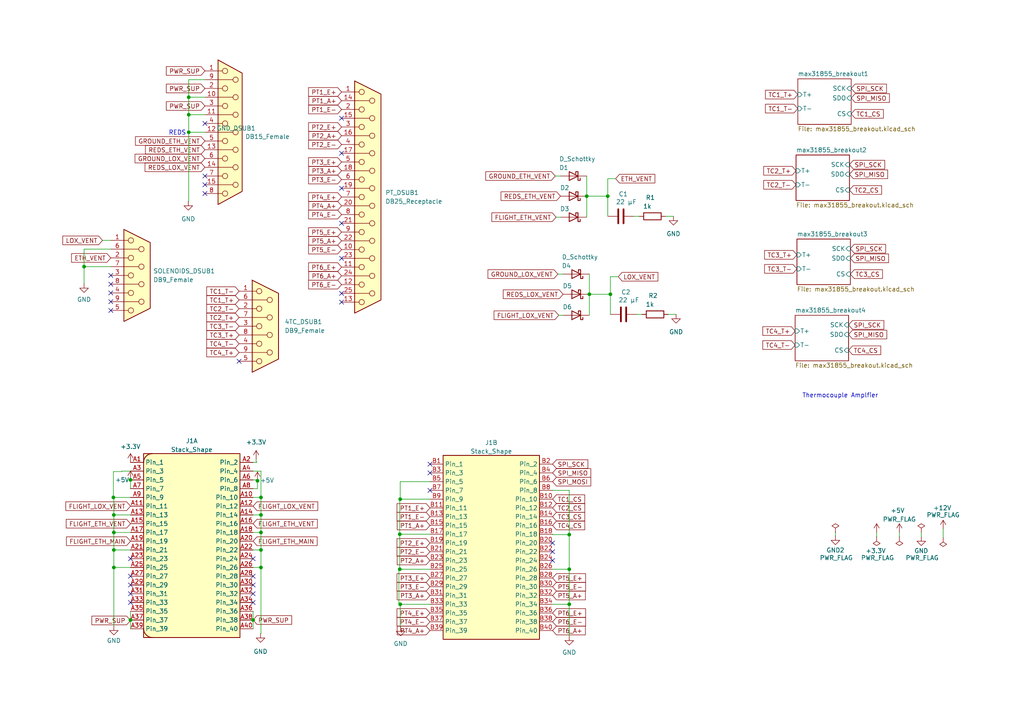
<source format=kicad_sch>
(kicad_sch (version 20230121) (generator eeschema)
  (paper "A4")
  (lib_symbols
    (symbol "Connector:DB15_Female" (pin_names (offset 1.016) hide)
      (property "Reference" "J" (at 0.508 21.59 0))
      (property "Value" "DB15_Female" (at 0 -22.225 0))
      (symbol "DB15_Female_0_1"
        (circle (center -1.778 -17.78) (radius 0.762))
        (circle (center -1.778 -12.7) (radius 0.762))
        (circle (center -1.778 -7.62) (radius 0.762))
        (circle (center -1.778 -2.54) (radius 0.762))
        (circle (center -1.778 2.54) (radius 0.762))
        (circle (center -1.778 7.62) (radius 0.762))
        (circle (center -1.778 12.7) (radius 0.762))
        (circle (center -1.778 17.78) (radius 0.762))
        (polyline (pts (xy -3.81 -17.78) (xy -2.54 -17.78)))
        (polyline (pts (xy -3.81 -15.24) (xy 0.508 -15.24)))
        (polyline (pts (xy -3.81 -12.7) (xy -2.54 -12.7)))
        (polyline (pts (xy -3.81 -10.16) (xy 0.508 -10.16)))
        (polyline (pts (xy -3.81 -7.62) (xy -2.54 -7.62)))
        (polyline (pts (xy -3.81 -5.08) (xy 0.508 -5.08)))
        (polyline (pts (xy -3.81 -2.54) (xy -2.54 -2.54)))
        (polyline (pts (xy -3.81 0) (xy 0.508 0)))
        (polyline (pts (xy -3.81 2.54) (xy -2.54 2.54)))
        (polyline (pts (xy -3.81 5.08) (xy 0.508 5.08)))
        (polyline (pts (xy -3.81 7.62) (xy -2.54 7.62)))
        (polyline (pts (xy -3.81 10.16) (xy 0.508 10.16)))
        (polyline (pts (xy -3.81 12.7) (xy -2.54 12.7)))
        (polyline (pts (xy -3.81 15.24) (xy 0.508 15.24)))
        (polyline (pts (xy -3.81 17.78) (xy -2.54 17.78)))
        (polyline (pts (xy -3.81 20.955) (xy 3.175 17.145) (xy 3.175 -17.145) (xy -3.81 -20.955) (xy -3.81 20.955)) (stroke (width 0.254)) (fill (type background)))
        (circle (center 1.27 -15.24) (radius 0.762))
        (circle (center 1.27 -10.16) (radius 0.762))
        (circle (center 1.27 -5.08) (radius 0.762))
        (circle (center 1.27 0) (radius 0.762))
        (circle (center 1.27 5.08) (radius 0.762))
        (circle (center 1.27 10.16) (radius 0.762))
        (circle (center 1.27 15.24) (radius 0.762))
      )
      (symbol "DB15_Female_1_1"
        (pin passive line (at -7.62 17.78 0) (length 3.81) (name "1") (number "1"))
        (pin passive line (at -7.62 10.16 0) (length 3.81) (name "P10") (number "10"))
        (pin passive line (at -7.62 5.08 0) (length 3.81) (name "P111") (number "11"))
        (pin passive line (at -7.62 0 0) (length 3.81) (name "P12") (number "12"))
        (pin passive line (at -7.62 -5.08 0) (length 3.81) (name "P13") (number "13"))
        (pin passive line (at -7.62 -10.16 0) (length 3.81) (name "P14") (number "14"))
        (pin passive line (at -7.62 -15.24 0) (length 3.81) (name "P15") (number "15"))
        (pin passive line (at -7.62 12.7 0) (length 3.81) (name "2") (number "2"))
        (pin passive line (at -7.62 7.62 0) (length 3.81) (name "3") (number "3"))
        (pin passive line (at -7.62 2.54 0) (length 3.81) (name "4") (number "4"))
        (pin passive line (at -7.62 -2.54 0) (length 3.81) (name "5") (number "5"))
        (pin passive line (at -7.62 -7.62 0) (length 3.81) (name "6") (number "6"))
        (pin passive line (at -7.62 -12.7 0) (length 3.81) (name "7") (number "7"))
        (pin passive line (at -7.62 -17.78 0) (length 3.81) (name "8") (number "8"))
        (pin passive line (at -7.62 15.24 0) (length 3.81) (name "P9") (number "9"))
      )
    )
    (symbol "Connector:DB25_Receptacle" (pin_names (offset 1.016) hide)
      (property "Reference" "J" (at 0 34.29 0))
      (property "Value" "DB25_Receptacle" (at 0 -34.925 0))
      (symbol "DB25_Receptacle_0_1"
        (circle (center -1.778 -30.48) (radius 0.762))
        (circle (center -1.778 -25.4) (radius 0.762))
        (circle (center -1.778 -20.32) (radius 0.762))
        (circle (center -1.778 -15.24) (radius 0.762))
        (circle (center -1.778 -10.16) (radius 0.762))
        (circle (center -1.778 -5.08) (radius 0.762))
        (circle (center -1.778 0) (radius 0.762))
        (circle (center -1.778 5.08) (radius 0.762))
        (circle (center -1.778 10.16) (radius 0.762))
        (circle (center -1.778 15.24) (radius 0.762))
        (circle (center -1.778 20.32) (radius 0.762))
        (circle (center -1.778 25.4) (radius 0.762))
        (circle (center -1.778 30.48) (radius 0.762))
        (polyline (pts (xy -3.81 -30.48) (xy -2.54 -30.48)))
        (polyline (pts (xy -3.81 -27.94) (xy 0.508 -27.94)))
        (polyline (pts (xy -3.81 -25.4) (xy -2.54 -25.4)))
        (polyline (pts (xy -3.81 -22.86) (xy 0.508 -22.86)))
        (polyline (pts (xy -3.81 -20.32) (xy -2.54 -20.32)))
        (polyline (pts (xy -3.81 -17.78) (xy 0.508 -17.78)))
        (polyline (pts (xy -3.81 -15.24) (xy -2.54 -15.24)))
        (polyline (pts (xy -3.81 -12.7) (xy 0.508 -12.7)))
        (polyline (pts (xy -3.81 -10.16) (xy -2.54 -10.16)))
        (polyline (pts (xy -3.81 -7.62) (xy 0.508 -7.62)))
        (polyline (pts (xy -3.81 -5.08) (xy -2.54 -5.08)))
        (polyline (pts (xy -3.81 -2.54) (xy 0.508 -2.54)))
        (polyline (pts (xy -3.81 0) (xy -2.54 0)))
        (polyline (pts (xy -3.81 2.54) (xy 0.508 2.54)))
        (polyline (pts (xy -3.81 5.08) (xy -2.54 5.08)))
        (polyline (pts (xy -3.81 7.62) (xy 0.508 7.62)))
        (polyline (pts (xy -3.81 10.16) (xy -2.54 10.16)))
        (polyline (pts (xy -3.81 12.7) (xy 0.508 12.7)))
        (polyline (pts (xy -3.81 15.24) (xy -2.54 15.24)))
        (polyline (pts (xy -3.81 17.78) (xy 0.508 17.78)))
        (polyline (pts (xy -3.81 20.32) (xy -2.54 20.32)))
        (polyline (pts (xy -3.81 22.86) (xy 0.508 22.86)))
        (polyline (pts (xy -3.81 25.4) (xy -2.54 25.4)))
        (polyline (pts (xy -3.81 27.94) (xy 0.508 27.94)))
        (polyline (pts (xy -3.81 30.48) (xy -2.54 30.48)))
        (polyline (pts (xy -3.81 33.655) (xy 3.81 29.845) (xy 3.81 -29.845) (xy -3.81 -33.655) (xy -3.81 33.655)) (stroke (width 0.254)) (fill (type background)))
        (circle (center 1.27 -27.94) (radius 0.762))
        (circle (center 1.27 -22.86) (radius 0.762))
        (circle (center 1.27 -17.78) (radius 0.762))
        (circle (center 1.27 -12.7) (radius 0.762))
        (circle (center 1.27 -7.62) (radius 0.762))
        (circle (center 1.27 -2.54) (radius 0.762))
        (circle (center 1.27 2.54) (radius 0.762))
        (circle (center 1.27 7.62) (radius 0.762))
        (circle (center 1.27 12.7) (radius 0.762))
        (circle (center 1.27 17.78) (radius 0.762))
        (circle (center 1.27 22.86) (radius 0.762))
        (circle (center 1.27 27.94) (radius 0.762))
      )
      (symbol "DB25_Receptacle_1_1"
        (pin passive line (at -7.62 30.48 0) (length 3.81) (name "1") (number "1"))
        (pin passive line (at -7.62 -15.24 0) (length 3.81) (name "10") (number "10"))
        (pin passive line (at -7.62 -20.32 0) (length 3.81) (name "11") (number "11"))
        (pin passive line (at -7.62 -25.4 0) (length 3.81) (name "12") (number "12"))
        (pin passive line (at -7.62 -30.48 0) (length 3.81) (name "13") (number "13"))
        (pin passive line (at -7.62 27.94 0) (length 3.81) (name "P14") (number "14"))
        (pin passive line (at -7.62 22.86 0) (length 3.81) (name "P15") (number "15"))
        (pin passive line (at -7.62 17.78 0) (length 3.81) (name "P16") (number "16"))
        (pin passive line (at -7.62 12.7 0) (length 3.81) (name "P17") (number "17"))
        (pin passive line (at -7.62 7.62 0) (length 3.81) (name "P18") (number "18"))
        (pin passive line (at -7.62 2.54 0) (length 3.81) (name "P19") (number "19"))
        (pin passive line (at -7.62 25.4 0) (length 3.81) (name "2") (number "2"))
        (pin passive line (at -7.62 -2.54 0) (length 3.81) (name "P20") (number "20"))
        (pin passive line (at -7.62 -7.62 0) (length 3.81) (name "P21") (number "21"))
        (pin passive line (at -7.62 -12.7 0) (length 3.81) (name "P22") (number "22"))
        (pin passive line (at -7.62 -17.78 0) (length 3.81) (name "P23") (number "23"))
        (pin passive line (at -7.62 -22.86 0) (length 3.81) (name "P24") (number "24"))
        (pin passive line (at -7.62 -27.94 0) (length 3.81) (name "P25") (number "25"))
        (pin passive line (at -7.62 20.32 0) (length 3.81) (name "3") (number "3"))
        (pin passive line (at -7.62 15.24 0) (length 3.81) (name "4") (number "4"))
        (pin passive line (at -7.62 10.16 0) (length 3.81) (name "5") (number "5"))
        (pin passive line (at -7.62 5.08 0) (length 3.81) (name "6") (number "6"))
        (pin passive line (at -7.62 0 0) (length 3.81) (name "7") (number "7"))
        (pin passive line (at -7.62 -5.08 0) (length 3.81) (name "8") (number "8"))
        (pin passive line (at -7.62 -10.16 0) (length 3.81) (name "9") (number "9"))
      )
    )
    (symbol "Connector:DE9_Receptacle" (pin_names (offset 1.016) hide)
      (property "Reference" "J" (at 0 13.97 0))
      (property "Value" "DE9_Receptacle" (at 0 -14.605 0))
      (symbol "DE9_Receptacle_0_1"
        (circle (center -1.778 -10.16) (radius 0.762))
        (circle (center -1.778 -5.08) (radius 0.762))
        (circle (center -1.778 0) (radius 0.762))
        (circle (center -1.778 5.08) (radius 0.762))
        (circle (center -1.778 10.16) (radius 0.762))
        (polyline (pts (xy -3.81 -10.16) (xy -2.54 -10.16)))
        (polyline (pts (xy -3.81 -7.62) (xy 0.508 -7.62)))
        (polyline (pts (xy -3.81 -5.08) (xy -2.54 -5.08)))
        (polyline (pts (xy -3.81 -2.54) (xy 0.508 -2.54)))
        (polyline (pts (xy -3.81 0) (xy -2.54 0)))
        (polyline (pts (xy -3.81 2.54) (xy 0.508 2.54)))
        (polyline (pts (xy -3.81 5.08) (xy -2.54 5.08)))
        (polyline (pts (xy -3.81 7.62) (xy 0.508 7.62)))
        (polyline (pts (xy -3.81 10.16) (xy -2.54 10.16)))
        (polyline (pts (xy -3.81 13.335) (xy -3.81 -13.335) (xy 3.81 -9.525) (xy 3.81 9.525) (xy -3.81 13.335)) (stroke (width 0.254)) (fill (type background)))
        (circle (center 1.27 -7.62) (radius 0.762))
        (circle (center 1.27 -2.54) (radius 0.762))
        (circle (center 1.27 2.54) (radius 0.762))
        (circle (center 1.27 7.62) (radius 0.762))
      )
      (symbol "DE9_Receptacle_1_1"
        (pin passive line (at -7.62 10.16 0) (length 3.81) (name "1") (number "1"))
        (pin passive line (at -7.62 5.08 0) (length 3.81) (name "2") (number "2"))
        (pin passive line (at -7.62 0 0) (length 3.81) (name "3") (number "3"))
        (pin passive line (at -7.62 -5.08 0) (length 3.81) (name "4") (number "4"))
        (pin passive line (at -7.62 -10.16 0) (length 3.81) (name "5") (number "5"))
        (pin passive line (at -7.62 7.62 0) (length 3.81) (name "6") (number "6"))
        (pin passive line (at -7.62 2.54 0) (length 3.81) (name "7") (number "7"))
        (pin passive line (at -7.62 -2.54 0) (length 3.81) (name "8") (number "8"))
        (pin passive line (at -7.62 -7.62 0) (length 3.81) (name "9") (number "9"))
      )
    )
    (symbol "Device:C" (pin_numbers hide) (pin_names (offset 0.254))
      (property "Reference" "C" (at 0.635 2.54 0))
      (property "Value" "C" (at 0.635 -2.54 0))
      (symbol "C_0_1"
        (polyline (pts (xy -2.032 -0.762) (xy 2.032 -0.762)) (stroke (width 0.508)))
        (polyline (pts (xy -2.032 0.762) (xy 2.032 0.762)) (stroke (width 0.508)))
      )
      (symbol "C_1_1"
        (pin passive line (at 0 3.81 270) (length 2.794) (name "~") (number "1"))
        (pin passive line (at 0 -3.81 90) (length 2.794) (name "~") (number "2"))
      )
    )
    (symbol "Device:D_Schottky" (pin_numbers hide) (pin_names (offset 1.016) hide)
      (property "Reference" "D" (at 0 2.54 0))
      (property "Value" "D_Schottky" (at 0 -2.54 0))
      (symbol "D_Schottky_0_1"
        (polyline (pts (xy 1.27 0) (xy -1.27 0)))
        (polyline (pts (xy 1.27 1.27) (xy 1.27 -1.27) (xy -1.27 0) (xy 1.27 1.27)) (stroke (width 0.254)))
        (polyline (pts (xy -1.905 0.635) (xy -1.905 1.27) (xy -1.27 1.27) (xy -1.27 -1.27) (xy -0.635 -1.27) (xy -0.635 -0.635)) (stroke (width 0.254)))
      )
      (symbol "D_Schottky_1_1"
        (pin passive line (at -3.81 0 0) (length 2.54) (name "K") (number "1"))
        (pin passive line (at 3.81 0 180) (length 2.54) (name "A") (number "2"))
      )
    )
    (symbol "Device:R" (pin_numbers hide) (pin_names (offset 0))
      (property "Reference" "R" (at 2.032 0 90))
      (property "Value" "R" (at 0 0 90))
      (symbol "R_0_1"
        (rectangle (start -1.016 -2.54) (end 1.016 2.54) (stroke (width 0.254)))
      )
      (symbol "R_1_1"
        (pin passive line (at 0 3.81 270) (length 1.27) (name "~") (number "1"))
        (pin passive line (at 0 -3.81 90) (length 1.27) (name "~") (number "2"))
      )
    )
    (symbol "Stack_Shape:Stack_Shape"
      (property "Reference" "J" (at 0 0 0))
      (property "Value" "Stack_Shape" (at 0 0 0))
      (symbol "Stack_Shape_0_0"
        (rectangle (start -15.24 29.21) (end 12.7 -24.13) (stroke (width 0.254)) (fill (type background)))
      )
      (symbol "Stack_Shape_1_0"
        (arc (start -15.24 -21.59) (mid -14.4834 -23.3734) (end -12.7 -24.13) (stroke (width 0.254)))
        (arc (start -12.7 29.21) (mid -14.5013 28.4713) (end -15.24 26.67) (stroke (width 0.254)))
      )
      (symbol "Stack_Shape_1_1"
        (pin passive line (at -19.05 26.67 0) (length 3.81) (name "Pin_1") (number "A1"))
        (pin passive line (at 16.51 16.51 180) (length 3.81) (name "Pin_10") (number "A10"))
        (pin passive line (at -19.05 13.97 0) (length 3.81) (name "Pin_11") (number "A11"))
        (pin passive line (at 16.51 13.97 180) (length 3.81) (name "Pin_12") (number "A12"))
        (pin passive line (at -19.05 11.43 0) (length 3.81) (name "Pin_13") (number "A13"))
        (pin passive line (at 16.51 11.43 180) (length 3.81) (name "Pin_14") (number "A14"))
        (pin passive line (at -19.05 8.89 0) (length 3.81) (name "Pin_15") (number "A15"))
        (pin passive line (at 16.51 8.89 180) (length 3.81) (name "Pin_16") (number "A16"))
        (pin passive line (at -19.05 6.35 0) (length 3.81) (name "Pin_17") (number "A17"))
        (pin passive line (at 16.51 6.35 180) (length 3.81) (name "Pin_18") (number "A18"))
        (pin passive line (at -19.05 3.81 0) (length 3.81) (name "Pin_19") (number "A19"))
        (pin passive line (at 16.51 26.67 180) (length 3.81) (name "Pin_2") (number "A2"))
        (pin passive line (at 16.51 3.81 180) (length 3.81) (name "Pin_20") (number "A20"))
        (pin passive line (at -19.05 1.27 0) (length 3.81) (name "Pin_21") (number "A21"))
        (pin passive line (at 16.51 1.27 180) (length 3.81) (name "Pin_22") (number "A22"))
        (pin passive line (at -19.05 -1.27 0) (length 3.81) (name "Pin_23") (number "A23"))
        (pin passive line (at 16.51 -1.27 180) (length 3.81) (name "Pin_24") (number "A24"))
        (pin passive line (at -19.05 -3.81 0) (length 3.81) (name "Pin_25") (number "A25"))
        (pin passive line (at 16.51 -3.81 180) (length 3.81) (name "Pin_26") (number "A26"))
        (pin passive line (at -19.05 -6.35 0) (length 3.81) (name "Pin_27") (number "A27"))
        (pin passive line (at 16.51 -6.35 180) (length 3.81) (name "Pin_28") (number "A28"))
        (pin passive line (at -19.05 -8.89 0) (length 3.81) (name "Pin_29") (number "A29"))
        (pin passive line (at -19.05 24.13 0) (length 3.81) (name "Pin_3") (number "A3"))
        (pin passive line (at 16.51 -8.89 180) (length 3.81) (name "Pin_30") (number "A30"))
        (pin passive line (at -19.05 -11.43 0) (length 3.81) (name "Pin_31") (number "A31"))
        (pin passive line (at 16.51 -11.43 180) (length 3.81) (name "Pin_32") (number "A32"))
        (pin passive line (at -19.05 -13.97 0) (length 3.81) (name "Pin_33") (number "A33"))
        (pin passive line (at 16.51 -13.97 180) (length 3.81) (name "Pin_34") (number "A34"))
        (pin passive line (at -19.05 -16.51 0) (length 3.81) (name "Pin_35") (number "A35"))
        (pin passive line (at 16.51 -16.51 180) (length 3.81) (name "Pin_36") (number "A36"))
        (pin passive line (at -19.05 -19.05 0) (length 3.81) (name "Pin_37") (number "A37"))
        (pin passive line (at 16.51 -19.05 180) (length 3.81) (name "Pin_38") (number "A38"))
        (pin passive line (at -19.05 -21.59 0) (length 3.81) (name "Pin_39") (number "A39"))
        (pin passive line (at 16.51 24.13 180) (length 3.81) (name "Pin_4") (number "A4"))
        (pin passive line (at 16.51 -21.59 180) (length 3.81) (name "Pin_40") (number "A40"))
        (pin passive line (at -19.05 21.59 0) (length 3.81) (name "Pin_5") (number "A5"))
        (pin passive line (at 16.51 21.59 180) (length 3.81) (name "Pin_6") (number "A6"))
        (pin passive line (at -19.05 19.05 0) (length 3.81) (name "Pin_7") (number "A7"))
        (pin passive line (at 16.51 19.05 180) (length 3.81) (name "Pin_8") (number "A8"))
        (pin passive line (at -19.05 16.51 0) (length 3.81) (name "Pin_9") (number "A9"))
      )
      (symbol "Stack_Shape_2_1"
        (pin passive line (at -19.05 26.67 0) (length 3.81) (name "Pin_1") (number "B1"))
        (pin passive line (at 16.51 16.51 180) (length 3.81) (name "Pin_10") (number "B10"))
        (pin passive line (at -19.05 13.97 0) (length 3.81) (name "Pin_11") (number "B11"))
        (pin passive line (at 16.51 13.97 180) (length 3.81) (name "Pin_12") (number "B12"))
        (pin passive line (at -19.05 11.43 0) (length 3.81) (name "Pin_13") (number "B13"))
        (pin passive line (at 16.51 11.43 180) (length 3.81) (name "Pin_14") (number "B14"))
        (pin passive line (at -19.05 8.89 0) (length 3.81) (name "Pin_15") (number "B15"))
        (pin passive line (at 16.51 8.89 180) (length 3.81) (name "Pin_16") (number "B16"))
        (pin passive line (at -19.05 6.35 0) (length 3.81) (name "Pin_17") (number "B17"))
        (pin passive line (at 16.51 6.35 180) (length 3.81) (name "Pin_18") (number "B18"))
        (pin passive line (at -19.05 3.81 0) (length 3.81) (name "Pin_19") (number "B19"))
        (pin passive line (at 16.51 26.67 180) (length 3.81) (name "Pin_2") (number "B2"))
        (pin passive line (at 16.51 3.81 180) (length 3.81) (name "Pin_20") (number "B20"))
        (pin passive line (at -19.05 1.27 0) (length 3.81) (name "Pin_21") (number "B21"))
        (pin passive line (at 16.51 1.27 180) (length 3.81) (name "Pin_22") (number "B22"))
        (pin passive line (at -19.05 -1.27 0) (length 3.81) (name "Pin_23") (number "B23"))
        (pin passive line (at 16.51 -1.27 180) (length 3.81) (name "Pin_24") (number "B24"))
        (pin passive line (at -19.05 -3.81 0) (length 3.81) (name "Pin_25") (number "B25"))
        (pin passive line (at 16.51 -3.81 180) (length 3.81) (name "Pin_26") (number "B26"))
        (pin passive line (at -19.05 -6.35 0) (length 3.81) (name "Pin_27") (number "B27"))
        (pin passive line (at 16.51 -6.35 180) (length 3.81) (name "Pin_28") (number "B28"))
        (pin passive line (at -19.05 -8.89 0) (length 3.81) (name "Pin_29") (number "B29"))
        (pin passive line (at -19.05 24.13 0) (length 3.81) (name "Pin_3") (number "B3"))
        (pin passive line (at 16.51 -8.89 180) (length 3.81) (name "Pin_30") (number "B30"))
        (pin passive line (at -19.05 -11.43 0) (length 3.81) (name "Pin_31") (number "B31"))
        (pin passive line (at 16.51 -11.43 180) (length 3.81) (name "Pin_32") (number "B32"))
        (pin passive line (at -19.05 -13.97 0) (length 3.81) (name "Pin_33") (number "B33"))
        (pin passive line (at 16.51 -13.97 180) (length 3.81) (name "Pin_34") (number "B34"))
        (pin passive line (at -19.05 -16.51 0) (length 3.81) (name "Pin_35") (number "B35"))
        (pin passive line (at 16.51 -16.51 180) (length 3.81) (name "Pin_36") (number "B36"))
        (pin passive line (at -19.05 -19.05 0) (length 3.81) (name "Pin_37") (number "B37"))
        (pin passive line (at 16.51 -19.05 180) (length 3.81) (name "Pin_38") (number "B38"))
        (pin passive line (at -19.05 -21.59 0) (length 3.81) (name "Pin_39") (number "B39"))
        (pin passive line (at 16.51 24.13 180) (length 3.81) (name "Pin_4") (number "B4"))
        (pin passive line (at 16.51 -21.59 180) (length 3.81) (name "Pin_40") (number "B40"))
        (pin passive line (at -19.05 21.59 0) (length 3.81) (name "Pin_5") (number "B5"))
        (pin passive line (at 16.51 21.59 180) (length 3.81) (name "Pin_6") (number "B6"))
        (pin passive line (at -19.05 19.05 0) (length 3.81) (name "Pin_7") (number "B7"))
        (pin passive line (at 16.51 19.05 180) (length 3.81) (name "Pin_8") (number "B8"))
        (pin passive line (at -19.05 16.51 0) (length 3.81) (name "Pin_9") (number "B9"))
      )
    )
    (symbol "power:+12V" (power) (pin_names (offset 0))
      (property "Value" "+12V" (at 0 3.556 0))
      (symbol "+12V_0_1"
        (polyline (pts (xy -0.762 1.27) (xy 0 2.54)))
        (polyline (pts (xy 0 0) (xy 0 2.54)))
        (polyline (pts (xy 0 2.54) (xy 0.762 1.27)))
      )
      (symbol "+12V_1_1"
        (pin power_in line (at 0 0 90) (length 0) hide (name "+12V") (number "1"))
      )
    )
    (symbol "power:+3.3V" (power) (pin_names (offset 0))
      (property "Value" "+3.3V" (at 0 3.556 0))
      (symbol "+3.3V_0_1"
        (polyline (pts (xy -0.762 1.27) (xy 0 2.54)))
        (polyline (pts (xy 0 0) (xy 0 2.54)))
        (polyline (pts (xy 0 2.54) (xy 0.762 1.27)))
      )
      (symbol "+3.3V_1_1"
        (pin power_in line (at 0 0 90) (length 0) hide (name "+3.3V") (number "1"))
      )
    )
    (symbol "power:+5V" (power) (pin_names (offset 0))
      (property "Value" "+5V" (at 0 3.556 0))
      (symbol "+5V_0_1"
        (polyline (pts (xy -0.762 1.27) (xy 0 2.54)))
        (polyline (pts (xy 0 0) (xy 0 2.54)))
        (polyline (pts (xy 0 2.54) (xy 0.762 1.27)))
      )
      (symbol "+5V_1_1"
        (pin power_in line (at 0 0 90) (length 0) hide (name "+5V") (number "1"))
      )
    )
    (symbol "power:GND" (power) (pin_names (offset 0))
      (property "Value" "GND" (at 0 -3.81 0))
      (symbol "GND_0_1"
        (polyline (pts (xy 0 0) (xy 0 -1.27) (xy 1.27 -1.27) (xy 0 -2.54) (xy -1.27 -1.27) (xy 0 -1.27)))
      )
      (symbol "GND_1_1"
        (pin power_in line (at 0 0 270) (length 0) hide (name "GND") (number "1"))
      )
    )
    (symbol "power:GND2" (power) (pin_names (offset 0))
      (property "Value" "GND2" (at 0 -3.81 0))
      (symbol "GND2_0_1"
        (polyline (pts (xy 0 0) (xy 0 -1.27) (xy 1.27 -1.27) (xy 0 -2.54) (xy -1.27 -1.27) (xy 0 -1.27)))
      )
      (symbol "GND2_1_1"
        (pin power_in line (at 0 0 270) (length 0) hide (name "GND2") (number "1"))
      )
    )
    (symbol "power:PWR_FLAG" (power) (pin_numbers hide) (pin_names (offset 0) hide)
      (property "Value" "PWR_FLAG" (at 0 3.81 0))
      (symbol "PWR_FLAG_0_0"
        (pin power_out line (at 0 0 90) (length 0) (name "pwr") (number "1"))
      )
      (symbol "PWR_FLAG_0_1"
        (polyline (pts (xy 0 0) (xy 0 1.27) (xy -1.016 1.905) (xy 0 2.54) (xy 1.016 1.905) (xy 0 1.27)))
      )
    )
  )
  (junction (at 74.676 139.446))
  (junction (at 54.737 28.194))
  (junction (at 24.384 77.343))
  (junction (at 170.942 85.344))
  (junction (at 33.02 154.432))
  (junction (at 75.692 159.512))
  (junction (at 75.692 149.352))
  (junction (at 33.02 149.352))
  (junction (at 33.02 159.512))
  (junction (at 165.1 155.067))
  (junction (at 165.1 175.26))
  (junction (at 116.078 144.78))
  (junction (at 73.406 179.832))
  (junction (at 32.893 144.272))
  (junction (at 33.02 164.592))
  (junction (at 54.737 38.354))
  (junction (at 54.737 33.274))
  (junction (at 37.846 139.192))
  (junction (at 170.18 56.896))
  (junction (at 176.276 56.896))
  (junction (at 115.951 165.1))
  (junction (at 116.078 175.26))
  (junction (at 165.1 165.1))
  (junction (at 75.692 144.272))
  (junction (at 37.846 179.832))
  (junction (at 75.692 164.592))
  (junction (at 177.038 85.344))
  (junction (at 75.692 154.432))
  (junction (at 115.951 154.94))
  (no_connect (at 73.406 162.052))
  (no_connect (at 99.06 87.63))
  (no_connect (at 99.06 64.77))
  (no_connect (at 59.436 53.594))
  (no_connect (at 124.714 134.62))
  (no_connect (at 32.131 79.883))
  (no_connect (at 160.274 157.48))
  (no_connect (at 73.406 174.752))
  (no_connect (at 99.06 74.93))
  (no_connect (at 73.406 172.212))
  (no_connect (at 124.714 142.24))
  (no_connect (at 160.274 162.56))
  (no_connect (at 99.06 54.61))
  (no_connect (at 37.846 169.672))
  (no_connect (at 37.846 174.752))
  (no_connect (at 37.846 172.212))
  (no_connect (at 32.131 90.043))
  (no_connect (at 124.714 137.16))
  (no_connect (at 59.436 56.134))
  (no_connect (at 160.274 160.02))
  (no_connect (at 99.06 85.09))
  (no_connect (at 37.846 162.052))
  (no_connect (at 37.846 167.132))
  (no_connect (at 99.06 44.45))
  (no_connect (at 73.406 169.672))
  (no_connect (at 59.436 35.814))
  (no_connect (at 32.131 84.963))
  (no_connect (at 73.406 167.132))
  (no_connect (at 59.436 51.054))
  (no_connect (at 32.131 82.423))
  (no_connect (at 32.131 87.503))
  (no_connect (at 69.342 104.775))
  (no_connect (at 99.06 34.29))
  (wire (pts (xy 75.692 159.512) (xy 75.692 164.592)))
  (wire (pts (xy 115.951 144.78) (xy 115.951 154.94)))
  (wire (pts (xy 54.737 28.194) (xy 59.436 28.194)))
  (wire (pts (xy 115.697 165.1) (xy 115.951 165.1)))
  (wire (pts (xy 24.384 72.263) (xy 24.384 77.343)))
  (wire (pts (xy 75.819 149.352) (xy 75.692 149.352)))
  (wire (pts (xy 170.942 85.344) (xy 177.038 85.344)))
  (wire (pts (xy 177.038 80.264) (xy 179.324 80.264)))
  (wire (pts (xy 116.078 139.7) (xy 116.078 144.78)))
  (wire (pts (xy 37.846 139.192) (xy 37.846 141.732)))
  (wire (pts (xy 165.1 155.067) (xy 165.1 165.1)))
  (wire (pts (xy 115.697 175.133) (xy 116.078 175.133)))
  (wire (pts (xy 160.274 155.067) (xy 165.1 155.067)))
  (wire (pts (xy 54.737 33.274) (xy 54.737 38.354)))
  (wire (pts (xy 37.846 177.292) (xy 37.846 179.832)))
  (wire (pts (xy 35.306 136.779) (xy 35.306 136.652)))
  (wire (pts (xy 33.02 159.512) (xy 33.02 164.592)))
  (wire (pts (xy 161.798 79.502) (xy 163.322 79.502)))
  (wire (pts (xy 116.078 144.78) (xy 115.951 144.78)))
  (wire (pts (xy 33.02 144.526) (xy 33.02 149.352)))
  (wire (pts (xy 33.02 149.352) (xy 33.02 154.432)))
  (wire (pts (xy 54.61 58.42) (xy 54.737 58.42)))
  (wire (pts (xy 254.254 155.702) (xy 254.254 154.432)))
  (wire (pts (xy 54.737 38.354) (xy 54.737 58.42)))
  (wire (pts (xy 74.295 133.985) (xy 74.295 133.223)))
  (wire (pts (xy 170.942 79.502) (xy 170.942 85.344)))
  (wire (pts (xy 267.208 154.432) (xy 267.208 155.702)))
  (wire (pts (xy 260.858 155.702) (xy 260.858 154.432)))
  (wire (pts (xy 177.038 85.344) (xy 177.038 91.186)))
  (wire (pts (xy 176.276 56.896) (xy 176.276 62.738)))
  (wire (pts (xy 73.406 144.272) (xy 75.692 144.272)))
  (wire (pts (xy 54.737 23.114) (xy 54.737 28.194)))
  (wire (pts (xy 24.384 72.263) (xy 32.131 72.263)))
  (wire (pts (xy 32.893 144.272) (xy 37.846 144.272)))
  (wire (pts (xy 74.676 139.192) (xy 74.676 139.446)))
  (wire (pts (xy 33.02 164.592) (xy 33.02 181.61)))
  (wire (pts (xy 170.942 85.344) (xy 170.942 91.44)))
  (wire (pts (xy 116.078 181.864) (xy 116.205 181.864)))
  (wire (pts (xy 177.038 80.264) (xy 177.038 85.344)))
  (wire (pts (xy 116.078 144.78) (xy 124.714 144.78)))
  (wire (pts (xy 73.406 139.192) (xy 74.676 139.192)))
  (wire (pts (xy 73.406 177.292) (xy 73.406 179.832)))
  (wire (pts (xy 193.802 91.186) (xy 196.088 91.186)))
  (wire (pts (xy 162.56 51.054) (xy 161.036 51.054)))
  (wire (pts (xy 73.406 159.512) (xy 75.692 159.512)))
  (wire (pts (xy 37.846 179.832) (xy 37.846 182.372)))
  (wire (pts (xy 33.02 164.592) (xy 37.846 164.592)))
  (wire (pts (xy 242.316 154.432) (xy 242.316 155.448)))
  (wire (pts (xy 116.078 175.26) (xy 124.714 175.26)))
  (wire (pts (xy 75.819 159.512) (xy 75.692 159.512)))
  (wire (pts (xy 162.052 91.44) (xy 163.322 91.44)))
  (wire (pts (xy 73.406 164.592) (xy 75.692 164.592)))
  (wire (pts (xy 59.436 23.114) (xy 54.737 23.114)))
  (wire (pts (xy 33.02 149.352) (xy 37.846 149.352)))
  (wire (pts (xy 116.078 175.26) (xy 116.078 181.864)))
  (wire (pts (xy 35.306 136.779) (xy 32.893 136.779)))
  (wire (pts (xy 165.1 165.1) (xy 165.1 175.26)))
  (wire (pts (xy 165.1 142.24) (xy 165.1 155.067)))
  (wire (pts (xy 183.896 62.738) (xy 185.42 62.738)))
  (wire (pts (xy 170.18 56.896) (xy 170.18 62.992)))
  (wire (pts (xy 116.078 175.133) (xy 116.078 175.26)))
  (wire (pts (xy 124.714 139.7) (xy 116.078 139.7)))
  (wire (pts (xy 170.18 56.896) (xy 176.276 56.896)))
  (wire (pts (xy 165.1 175.26) (xy 165.1 184.531)))
  (wire (pts (xy 75.692 164.592) (xy 75.692 183.769)))
  (wire (pts (xy 160.274 154.94) (xy 160.274 155.067)))
  (wire (pts (xy 73.406 179.832) (xy 73.406 182.372)))
  (wire (pts (xy 32.893 144.272) (xy 32.893 144.526)))
  (wire (pts (xy 54.737 33.274) (xy 59.436 33.274)))
  (wire (pts (xy 32.893 144.526) (xy 33.02 144.526)))
  (wire (pts (xy 74.676 139.446) (xy 74.676 141.732)))
  (wire (pts (xy 73.406 136.652) (xy 75.692 136.652)))
  (wire (pts (xy 74.422 134.112) (xy 73.406 134.112)))
  (wire (pts (xy 193.04 62.738) (xy 195.326 62.738)))
  (wire (pts (xy 54.737 38.354) (xy 59.436 38.354)))
  (wire (pts (xy 33.02 154.432) (xy 33.02 159.512)))
  (wire (pts (xy 24.384 77.343) (xy 24.384 82.296)))
  (wire (pts (xy 24.384 77.343) (xy 32.131 77.343)))
  (wire (pts (xy 115.951 154.94) (xy 124.714 154.94)))
  (wire (pts (xy 29.718 69.723) (xy 32.131 69.723)))
  (wire (pts (xy 75.692 149.352) (xy 75.692 154.432)))
  (wire (pts (xy 75.692 154.432) (xy 75.692 159.512)))
  (wire (pts (xy 54.737 28.194) (xy 54.737 33.274)))
  (wire (pts (xy 74.422 133.985) (xy 74.295 133.985)))
  (wire (pts (xy 73.406 149.352) (xy 75.692 149.352)))
  (wire (pts (xy 33.02 159.512) (xy 37.846 159.512)))
  (wire (pts (xy 170.18 51.054) (xy 170.18 56.896)))
  (wire (pts (xy 33.02 154.432) (xy 37.846 154.432)))
  (wire (pts (xy 75.692 144.272) (xy 75.692 149.352)))
  (wire (pts (xy 165.1 142.24) (xy 160.274 142.24)))
  (wire (pts (xy 73.406 154.432) (xy 75.692 154.432)))
  (wire (pts (xy 75.692 136.652) (xy 75.692 144.272)))
  (wire (pts (xy 32.893 136.779) (xy 32.893 144.272)))
  (wire (pts (xy 273.558 153.416) (xy 273.558 155.956)))
  (wire (pts (xy 115.951 165.1) (xy 124.714 165.1)))
  (wire (pts (xy 74.422 133.985) (xy 74.422 134.112)))
  (wire (pts (xy 73.406 141.732) (xy 74.676 141.732)))
  (wire (pts (xy 176.276 51.816) (xy 176.276 56.896)))
  (wire (pts (xy 75.565 183.769) (xy 75.692 183.769)))
  (wire (pts (xy 115.951 154.94) (xy 115.951 165.1)))
  (wire (pts (xy 184.658 91.186) (xy 186.182 91.186)))
  (wire (pts (xy 160.274 165.1) (xy 165.1 165.1)))
  (wire (pts (xy 115.697 165.1) (xy 115.697 175.133)))
  (wire (pts (xy 176.276 51.816) (xy 178.562 51.816)))
  (wire (pts (xy 161.29 62.992) (xy 162.56 62.992)))
  (wire (pts (xy 160.274 175.26) (xy 165.1 175.26)))
  (wire (pts (xy 35.306 136.652) (xy 37.846 136.652)))
  (text "Thermocouple Amplfier" (at 232.664 115.57 0) (effects (font (size 1.27 1.27)) (justify left bottom)))
  (text "REDS" (at 48.895 39.37 0) (effects (font (size 1.27 1.27)) (justify left bottom)))
  (global_label "SPI_SCK" (shape input) (at 246.38 47.752 0) (property "Intersheetrefs" "${INTERSHEET_REFS}" (effects hide)))
  (global_label "TC3_CS" (shape input) (at 160.274 149.86 0) (property "Intersheetrefs" "${INTERSHEET_REFS}" (effects hide)))
  (global_label "PWR_SUP" (shape input) (at 59.436 20.574 180) (property "Intersheetrefs" "${INTERSHEET_REFS}" (effects hide)))
  (global_label "PT4_E-" (shape input) (at 124.714 180.34 180) (property "Intersheetrefs" "${INTERSHEET_REFS}" (effects hide)))
  (global_label "SPI_SCK" (shape input) (at 246.126 94.234 0) (property "Intersheetrefs" "${INTERSHEET_REFS}" (effects hide)))
  (global_label "PT6_E-" (shape input) (at 160.274 180.34 0) (property "Intersheetrefs" "${INTERSHEET_REFS}" (effects hide)))
  (global_label "TC4_T-" (shape input) (at 69.342 99.695 180) (property "Intersheetrefs" "${INTERSHEET_REFS}" (effects hide)))
  (global_label "TC3_T+" (shape input) (at 231.14 73.914 180) (property "Intersheetrefs" "${INTERSHEET_REFS}" (effects hide)))
  (global_label "TC2_T-" (shape input) (at 230.886 53.594 180) (property "Intersheetrefs" "${INTERSHEET_REFS}" (effects hide)))
  (global_label "SPI_MISO" (shape input) (at 246.38 50.546 0) (property "Intersheetrefs" "${INTERSHEET_REFS}" (effects hide)))
  (global_label "TC1_T-" (shape input) (at 231.394 31.496 180) (property "Intersheetrefs" "${INTERSHEET_REFS}" (effects hide)))
  (global_label "FLIGHT_ETH_VENT" (shape input) (at 37.846 151.892 180) (property "Intersheetrefs" "${INTERSHEET_REFS}" (effects hide)))
  (global_label "PT5_E+" (shape input) (at 99.06 67.31 180) (property "Intersheetrefs" "${INTERSHEET_REFS}" (effects hide)))
  (global_label "TC4_T-" (shape input) (at 230.632 100.076 180) (property "Intersheetrefs" "${INTERSHEET_REFS}" (effects hide)))
  (global_label "PWR_SUP" (shape input) (at 59.436 25.654 180) (property "Intersheetrefs" "${INTERSHEET_REFS}" (effects hide)))
  (global_label "PT5_E-" (shape input) (at 160.274 170.18 0) (property "Intersheetrefs" "${INTERSHEET_REFS}" (effects hide)))
  (global_label "PT5_A+" (shape input) (at 160.274 172.72 0) (property "Intersheetrefs" "${INTERSHEET_REFS}" (effects hide)))
  (global_label "TC1_T+" (shape input) (at 69.342 86.995 180) (property "Intersheetrefs" "${INTERSHEET_REFS}" (effects hide)))
  (global_label "TC1_T-" (shape input) (at 69.342 84.455 180) (property "Intersheetrefs" "${INTERSHEET_REFS}" (effects hide)))
  (global_label "PT1_E+" (shape input) (at 124.714 147.32 180) (property "Intersheetrefs" "${INTERSHEET_REFS}" (effects hide)))
  (global_label "FLIGHT_LOX_VENT" (shape input) (at 73.406 146.812 0) (property "Intersheetrefs" "${INTERSHEET_REFS}" (effects hide)))
  (global_label "TC4_T+" (shape input) (at 69.342 102.235 180) (property "Intersheetrefs" "${INTERSHEET_REFS}" (effects hide)))
  (global_label "TC1_T+" (shape input) (at 231.394 27.432 180) (property "Intersheetrefs" "${INTERSHEET_REFS}" (effects hide)))
  (global_label "PT4_E+" (shape input) (at 124.714 177.8 180) (property "Intersheetrefs" "${INTERSHEET_REFS}" (effects hide)))
  (global_label "PT3_E+" (shape input) (at 124.714 167.64 180) (property "Intersheetrefs" "${INTERSHEET_REFS}" (effects hide)))
  (global_label "TC4_CS" (shape input) (at 246.126 101.6 0) (property "Intersheetrefs" "${INTERSHEET_REFS}" (effects hide)))
  (global_label "PT4_A+" (shape input) (at 99.06 59.69 180) (property "Intersheetrefs" "${INTERSHEET_REFS}" (effects hide)))
  (global_label "TC3_T-" (shape input) (at 231.14 77.978 180) (property "Intersheetrefs" "${INTERSHEET_REFS}" (effects hide)))
  (global_label "PT1_A+" (shape input) (at 99.06 29.21 180) (property "Intersheetrefs" "${INTERSHEET_REFS}" (effects hide)))
  (global_label "LOX_VENT" (shape input) (at 179.324 80.264 0) (property "Intersheetrefs" "${INTERSHEET_REFS}" (effects hide)))
  (global_label "PT1_E+" (shape input) (at 99.06 26.67 180) (property "Intersheetrefs" "${INTERSHEET_REFS}" (effects hide)))
  (global_label "SPI_MISO" (shape input) (at 246.126 97.028 0) (property "Intersheetrefs" "${INTERSHEET_REFS}" (effects hide)))
  (global_label "PT3_E-" (shape input) (at 99.06 52.07 180) (property "Intersheetrefs" "${INTERSHEET_REFS}" (effects hide)))
  (global_label "SPI_SCK" (shape input) (at 160.274 134.62 0) (property "Intersheetrefs" "${INTERSHEET_REFS}" (effects hide)))
  (global_label "PT6_A+" (shape input) (at 99.06 80.01 180) (property "Intersheetrefs" "${INTERSHEET_REFS}" (effects hide)))
  (global_label "GROUND_ETH_VENT" (shape input) (at 59.436 40.894 180) (property "Intersheetrefs" "${INTERSHEET_REFS}" (effects hide)))
  (global_label "TC4_T+" (shape input) (at 230.632 96.012 180) (property "Intersheetrefs" "${INTERSHEET_REFS}" (effects hide)))
  (global_label "PT5_A+" (shape input) (at 99.06 69.85 180) (property "Intersheetrefs" "${INTERSHEET_REFS}" (effects hide)))
  (global_label "PT2_A+" (shape input) (at 124.714 162.56 180) (property "Intersheetrefs" "${INTERSHEET_REFS}" (effects hide)))
  (global_label "TC2_T+" (shape input) (at 69.342 92.075 180) (property "Intersheetrefs" "${INTERSHEET_REFS}" (effects hide)))
  (global_label "PWR_SUP" (shape input) (at 37.846 179.959 180) (property "Intersheetrefs" "${INTERSHEET_REFS}" (effects hide)))
  (global_label "FLIGHT_ETH_VENT" (shape input) (at 73.406 151.892 0) (property "Intersheetrefs" "${INTERSHEET_REFS}" (effects hide)))
  (global_label "SPI_MISO" (shape input) (at 246.634 74.93 0) (property "Intersheetrefs" "${INTERSHEET_REFS}" (effects hide)))
  (global_label "ETH_VENT" (shape input) (at 178.562 51.816 0) (property "Intersheetrefs" "${INTERSHEET_REFS}" (effects hide)))
  (global_label "TC1_CS" (shape input) (at 160.274 144.78 0) (property "Intersheetrefs" "${INTERSHEET_REFS}" (effects hide)))
  (global_label "REDS_LOX_VENT" (shape input) (at 163.322 85.344 180) (property "Intersheetrefs" "${INTERSHEET_REFS}" (effects hide)))
  (global_label "PT4_A+" (shape input) (at 124.714 182.88 180) (property "Intersheetrefs" "${INTERSHEET_REFS}" (effects hide)))
  (global_label "PT1_E-" (shape input) (at 99.06 31.75 180) (property "Intersheetrefs" "${INTERSHEET_REFS}" (effects hide)))
  (global_label "SPI_MISO" (shape input) (at 246.888 28.448 0) (property "Intersheetrefs" "${INTERSHEET_REFS}" (effects hide)))
  (global_label "PT6_E+" (shape input) (at 160.274 177.8 0) (property "Intersheetrefs" "${INTERSHEET_REFS}" (effects hide)))
  (global_label "PT1_E-" (shape input) (at 124.714 149.86 180) (property "Intersheetrefs" "${INTERSHEET_REFS}" (effects hide)))
  (global_label "PT6_A+" (shape input) (at 160.274 182.88 0) (property "Intersheetrefs" "${INTERSHEET_REFS}" (effects hide)))
  (global_label "FLIGHT_ETH_MAIN" (shape input) (at 37.846 156.972 180) (property "Intersheetrefs" "${INTERSHEET_REFS}" (effects hide)))
  (global_label "SPI_MOSI" (shape input) (at 160.274 139.7 0) (property "Intersheetrefs" "${INTERSHEET_REFS}" (effects hide)))
  (global_label "PT3_E+" (shape input) (at 99.06 46.99 180) (property "Intersheetrefs" "${INTERSHEET_REFS}" (effects hide)))
  (global_label "PT3_A+" (shape input) (at 99.06 49.53 180) (property "Intersheetrefs" "${INTERSHEET_REFS}" (effects hide)))
  (global_label "PT2_E-" (shape input) (at 124.714 160.02 180) (property "Intersheetrefs" "${INTERSHEET_REFS}" (effects hide)))
  (global_label "PT5_E-" (shape input) (at 99.06 72.39 180) (property "Intersheetrefs" "${INTERSHEET_REFS}" (effects hide)))
  (global_label "PT2_E+" (shape input) (at 124.714 157.48 180) (property "Intersheetrefs" "${INTERSHEET_REFS}" (effects hide)))
  (global_label "PWR_SUP" (shape input) (at 59.436 30.734 180) (property "Intersheetrefs" "${INTERSHEET_REFS}" (effects hide)))
  (global_label "FLIGHT_ETH_MAIN" (shape input) (at 73.406 156.972 0) (property "Intersheetrefs" "${INTERSHEET_REFS}" (effects hide)))
  (global_label "PT3_A+" (shape input) (at 124.714 172.72 180) (property "Intersheetrefs" "${INTERSHEET_REFS}" (effects hide)))
  (global_label "SPI_SCK" (shape input) (at 246.634 72.136 0) (property "Intersheetrefs" "${INTERSHEET_REFS}" (effects hide)))
  (global_label "TC4_CS" (shape input) (at 160.274 152.4 0) (property "Intersheetrefs" "${INTERSHEET_REFS}" (effects hide)))
  (global_label "REDS_LOX_VENT" (shape input) (at 59.436 48.514 180) (property "Intersheetrefs" "${INTERSHEET_REFS}" (effects hide)))
  (global_label "TC3_T-" (shape input) (at 69.342 94.615 180) (property "Intersheetrefs" "${INTERSHEET_REFS}" (effects hide)))
  (global_label "TC3_CS" (shape input) (at 246.634 79.502 0) (property "Intersheetrefs" "${INTERSHEET_REFS}" (effects hide)))
  (global_label "PWR_SUP" (shape input) (at 73.406 179.832 0) (property "Intersheetrefs" "${INTERSHEET_REFS}" (effects hide)))
  (global_label "FLIGHT_LOX_VENT" (shape input) (at 162.052 91.44 180) (property "Intersheetrefs" "${INTERSHEET_REFS}" (effects hide)))
  (global_label "SPI_SCK" (shape input) (at 246.888 25.654 0) (property "Intersheetrefs" "${INTERSHEET_REFS}" (effects hide)))
  (global_label "TC1_CS" (shape input) (at 246.888 33.02 0) (property "Intersheetrefs" "${INTERSHEET_REFS}" (effects hide)))
  (global_label "TC3_T+" (shape input) (at 69.342 97.155 180) (property "Intersheetrefs" "${INTERSHEET_REFS}" (effects hide)))
  (global_label "LOX_VENT" (shape input) (at 29.718 69.723 180) (property "Intersheetrefs" "${INTERSHEET_REFS}" (effects hide)))
  (global_label "GROUND_LOX_VENT" (shape input) (at 161.798 79.502 180) (property "Intersheetrefs" "${INTERSHEET_REFS}" (effects hide)))
  (global_label "REDS_ETH_VENT" (shape input) (at 162.56 56.896 180) (property "Intersheetrefs" "${INTERSHEET_REFS}" (effects hide)))
  (global_label "PT5_E+" (shape input) (at 160.274 167.64 0) (property "Intersheetrefs" "${INTERSHEET_REFS}" (effects hide)))
  (global_label "TC2_T+" (shape input) (at 230.886 49.53 180) (property "Intersheetrefs" "${INTERSHEET_REFS}" (effects hide)))
  (global_label "SPI_MISO" (shape input) (at 160.274 137.16 0) (property "Intersheetrefs" "${INTERSHEET_REFS}" (effects hide)))
  (global_label "PT1_A+" (shape input) (at 124.714 152.4 180) (property "Intersheetrefs" "${INTERSHEET_REFS}" (effects hide)))
  (global_label "GROUND_ETH_VENT" (shape input) (at 161.036 51.054 180) (property "Intersheetrefs" "${INTERSHEET_REFS}" (effects hide)))
  (global_label "PT4_E-" (shape input) (at 99.06 62.23 180) (property "Intersheetrefs" "${INTERSHEET_REFS}" (effects hide)))
  (global_label "PT2_E-" (shape input) (at 99.06 41.91 180) (property "Intersheetrefs" "${INTERSHEET_REFS}" (effects hide)))
  (global_label "PT6_E-" (shape input) (at 99.06 82.55 180) (property "Intersheetrefs" "${INTERSHEET_REFS}" (effects hide)))
  (global_label "TC2_CS" (shape input) (at 160.274 147.32 0) (property "Intersheetrefs" "${INTERSHEET_REFS}" (effects hide)))
  (global_label "PT2_E+" (shape input) (at 99.06 36.83 180) (property "Intersheetrefs" "${INTERSHEET_REFS}" (effects hide)))
  (global_label "PT4_E+" (shape input) (at 99.06 57.15 180) (property "Intersheetrefs" "${INTERSHEET_REFS}" (effects hide)))
  (global_label "TC2_CS" (shape input) (at 246.38 55.118 0) (property "Intersheetrefs" "${INTERSHEET_REFS}" (effects hide)))
  (global_label "PT3_E-" (shape input) (at 124.714 170.18 180) (property "Intersheetrefs" "${INTERSHEET_REFS}" (effects hide)))
  (global_label "PT6_E+" (shape input) (at 99.06 77.47 180) (property "Intersheetrefs" "${INTERSHEET_REFS}" (effects hide)))
  (global_label "GROUND_LOX_VENT" (shape input) (at 59.436 45.974 180) (property "Intersheetrefs" "${INTERSHEET_REFS}" (effects hide)))
  (global_label "ETH_VENT" (shape input) (at 32.131 74.803 180) (property "Intersheetrefs" "${INTERSHEET_REFS}" (effects hide)))
  (global_label "FLIGHT_LOX_VENT" (shape input) (at 37.846 146.812 180) (property "Intersheetrefs" "${INTERSHEET_REFS}" (effects hide)))
  (global_label "FLIGHT_ETH_VENT" (shape input) (at 161.29 62.992 180) (property "Intersheetrefs" "${INTERSHEET_REFS}" (effects hide)))
  (global_label "REDS_ETH_VENT" (shape input) (at 59.436 43.434 180) (property "Intersheetrefs" "${INTERSHEET_REFS}" (effects hide)))
  (global_label "TC2_T-" (shape input) (at 69.342 89.535 180) (property "Intersheetrefs" "${INTERSHEET_REFS}" (effects hide)))
  (global_label "PT2_A+" (shape input) (at 99.06 39.37 180) (property "Intersheetrefs" "${INTERSHEET_REFS}" (effects hide)))
  (symbol (lib_id "Connector:DB15_Female") (at 67.056 38.354 0) (unit 1)
    (property "Reference" "GND_DSUB1" (at 74.168 37.211 0) (effects (justify right)))
    (property "Value" "DB15_Female" (at 71.12 39.624 0) (effects (justify left)))
    (property "Footprint" "Connector_Dsub:DSUB-15_Female_Vertical_P2.77x2.84mm_MountingHoles" (effects hide))
    (property "Datasheet" " ~" (effects hide))
  )
  (symbol (lib_id "power:GND") (at 75.565 183.769 0) (unit 1)
    (property "Reference" "#PWR08" (effects hide))
    (property "Value" "GND" (at 75.565 188.976 0))
  )
  (symbol (lib_id "power:+3.3V") (at 37.846 134.112 0) (unit 1)
    (property "Reference" "#PWR03" (effects hide))
    (property "Value" "+3.3V" (at 37.846 129.54 0))
  )
  (symbol (lib_id "power:GND") (at 196.088 91.186 0) (unit 1)
    (property "Reference" "#PWR012" (effects hide))
    (property "Value" "GND" (at 196.088 96.266 0))
  )
  (symbol (lib_id "Connector:DE9_Receptacle") (at 76.962 94.615 0) (unit 1)
    (property "Reference" "4TC_DSUB1" (at 82.55 93.345 0) (effects (justify left)))
    (property "Value" "DB9_Female" (at 82.55 95.885 0) (effects (justify left)))
    (property "Footprint" "Connector_Dsub:DSUB-9_Female_Vertical_P2.77x2.84mm_MountingHoles" (effects hide))
    (property "Datasheet" " ~" (effects hide))
  )
  (symbol (lib_id "power:GND") (at 267.208 155.702 0) (unit 1)
    (property "Reference" "#PWR016" (effects hide))
    (property "Value" "GND" (at 267.208 159.766 0))
  )
  (symbol (lib_id "Device:D_Schottky") (at 167.132 85.344 180) (unit 1)
    (property "Reference" "D5" (at 163.195 82.931 0) (effects (justify right)))
    (property "Value" "D_Schottky" (effects hide))
    (property "Footprint" "Diode_SMD:D_SOD-128" (effects hide))
  )
  (symbol (lib_id "Device:R") (at 189.23 62.738 90) (unit 1)
    (property "Reference" "R1" (at 189.992 57.3024 90) (effects (justify left)))
    (property "Value" "1k" (at 188.976 59.8424 90) (effects (justify left)))
    (property "Footprint" "Diode_SMD:D_0603_1608Metric" (effects hide))
  )
  (symbol (lib_id "power:GND") (at 54.61 58.42 0) (unit 1)
    (property "Reference" "#PWR05" (effects hide))
    (property "Value" "GND" (at 54.61 63.5 0))
  )
  (symbol (lib_id "Device:R") (at 189.992 91.186 90) (unit 1)
    (property "Reference" "R2" (at 190.754 85.7504 90) (effects (justify left)))
    (property "Value" "1k" (at 189.738 88.2904 90) (effects (justify left)))
    (property "Footprint" "Diode_SMD:D_0603_1608Metric" (effects hide))
  )
  (symbol (lib_id "power:GND") (at 24.384 82.296 0) (unit 1)
    (property "Reference" "#PWR01" (effects hide))
    (property "Value" "GND" (at 24.384 86.868 0))
  )
  (symbol (lib_id "Connector:DE9_Receptacle") (at 39.751 79.883 0) (unit 1)
    (property "Reference" "SOLENOIDS_DSUB1" (at 44.45 78.613 0) (effects (justify left)))
    (property "Value" "DB9_Female" (at 44.45 81.153 0) (effects (justify left)))
    (property "Footprint" "Connector_Dsub:DSUB-9_Female_Vertical_P2.77x2.84mm_MountingHoles" (effects hide))
    (property "Datasheet" " ~" (effects hide))
  )
  (symbol (lib_id "Device:D_Schottky") (at 167.132 91.44 180) (unit 1)
    (property "Reference" "D6" (at 163.195 89.027 0) (effects (justify right)))
    (property "Value" "D_Schottky" (effects hide))
    (property "Footprint" "Diode_SMD:D_SOD-128" (effects hide))
  )
  (symbol (lib_id "Connector:DB25_Receptacle") (at 106.68 57.15 0) (unit 1)
    (property "Reference" "PT_DSUB1" (at 111.76 55.88 0) (effects (justify left)))
    (property "Value" "DB25_Receptacle" (at 111.76 58.42 0) (effects (justify left)))
    (property "Footprint" "Connector_Dsub:DSUB-25_Male_Vertical_P2.77x2.84mm_MountingHoles" (effects hide))
    (property "Datasheet" " ~" (effects hide))
  )
  (symbol (lib_id "power:PWR_FLAG") (at 273.558 155.956 180) (unit 1)
    (property "Reference" "#FLG05" (effects hide))
    (property "Value" "PWR_FLAG" (at 273.558 149.352 0))
  )
  (symbol (lib_id "Stack_Shape:Stack_Shape") (at 56.896 160.782 0) (unit 1)
    (property "Reference" "J1" (at 55.6259 127.8721 0))
    (property "Value" "Stack_Shape" (at 55.6259 130.409 0))
    (property "Footprint" "Stack_Shape:Stack_Shape" (effects hide))
  )
  (symbol (lib_id "power:PWR_FLAG") (at 242.316 154.432 0) (unit 1)
    (property "Reference" "#FLG01" (effects hide))
    (property "Value" "PWR_FLAG" (at 242.57 161.798 0))
  )
  (symbol (lib_id "Device:D_Schottky") (at 166.37 51.054 180) (unit 1)
    (property "Reference" "D1" (at 162.179 48.641 0) (effects (justify right)))
    (property "Value" "D_Schottky" (at 162.179 46.101 0) (effects (justify right)))
    (property "Footprint" "Diode_SMD:D_SOD-128" (effects hide))
  )
  (symbol (lib_id "power:+5V") (at 260.858 154.432 0) (unit 1)
    (property "Reference" "#PWR015" (effects hide))
    (property "Value" "+5V" (at 260.35 148.082 0))
  )
  (symbol (lib_id "power:PWR_FLAG") (at 254.254 155.702 180) (unit 1)
    (property "Reference" "#FLG02" (effects hide))
    (property "Value" "PWR_FLAG" (at 254.508 161.798 0))
  )
  (symbol (lib_id "Device:C") (at 180.086 62.738 90) (unit 1)
    (property "Reference" "C1" (at 182.118 56.2864 90) (effects (justify left)))
    (property "Value" "22 µF" (at 184.658 58.5724 90) (effects (justify left)))
    (property "Footprint" "Diode_SMD:D_0603_1608Metric" (effects hide))
  )
  (symbol (lib_id "power:+5V") (at 74.676 139.446 0) (mirror y) (unit 1)
    (property "Reference" "#PWR07" (effects hide))
    (property "Value" "+5V" (at 77.47 139.319 0))
  )
  (symbol (lib_id "power:PWR_FLAG") (at 260.858 155.702 180) (unit 1)
    (property "Reference" "#FLG03" (effects hide))
    (property "Value" "PWR_FLAG" (at 260.858 150.622 0))
  )
  (symbol (lib_id "power:GND2") (at 242.316 155.448 0) (unit 1)
    (property "Reference" "#PWR013" (effects hide))
    (property "Value" "GND2" (at 242.316 159.5811 0))
  )
  (symbol (lib_id "power:+5V") (at 37.846 139.192 0) (unit 1)
    (property "Reference" "#PWR04" (effects hide))
    (property "Value" "+5V" (at 35.433 139.192 0))
  )
  (symbol (lib_id "power:+3.3V") (at 74.295 133.223 0) (unit 1)
    (property "Reference" "#PWR06" (effects hide))
    (property "Value" "+3.3V" (at 74.295 128.27 0))
  )
  (symbol (lib_id "power:GND") (at 116.205 181.864 0) (unit 1)
    (property "Reference" "#PWR09" (effects hide))
    (property "Value" "GND" (at 116.205 186.69 0))
  )
  (symbol (lib_id "Device:D_Schottky") (at 166.37 62.992 180) (unit 1)
    (property "Reference" "D3" (at 162.433 60.579 0) (effects (justify right)))
    (property "Value" "D_Schottky" (effects hide))
    (property "Footprint" "Diode_SMD:D_SOD-128" (effects hide))
  )
  (symbol (lib_id "Device:D_Schottky") (at 166.37 56.896 180) (unit 1)
    (property "Reference" "D2" (at 162.433 54.483 0) (effects (justify right)))
    (property "Value" "D_Schottky" (effects hide))
    (property "Footprint" "Diode_SMD:D_SOD-128" (effects hide))
  )
  (symbol (lib_id "Device:C") (at 180.848 91.186 90) (unit 1)
    (property "Reference" "C2" (at 182.88 84.7344 90) (effects (justify left)))
    (property "Value" "22 µF" (at 185.42 87.0204 90) (effects (justify left)))
    (property "Footprint" "Diode_SMD:D_0603_1608Metric" (effects hide))
  )
  (symbol (lib_id "Stack_Shape:Stack_Shape") (at 143.764 161.29 0) (unit 2)
    (property "Reference" "J1" (at 142.494 128.3802 0))
    (property "Value" "Stack_Shape" (at 142.494 130.9171 0))
    (property "Footprint" "Stack_Shape:Stack_Shape" (effects hide))
  )
  (symbol (lib_id "power:GND") (at 195.326 62.738 0) (unit 1)
    (property "Reference" "#PWR011" (effects hide))
    (property "Value" "GND" (at 195.326 67.818 0))
  )
  (symbol (lib_id "Device:D_Schottky") (at 167.132 79.502 180) (unit 1)
    (property "Reference" "D4" (at 162.941 77.089 0) (effects (justify right)))
    (property "Value" "D_Schottky" (at 162.941 74.549 0) (effects (justify right)))
    (property "Footprint" "Diode_SMD:D_SOD-128" (effects hide))
  )
  (symbol (lib_id "power:PWR_FLAG") (at 267.208 154.432 0) (unit 1)
    (property "Reference" "#FLG04" (effects hide))
    (property "Value" "PWR_FLAG" (at 267.462 161.798 0))
  )
  (symbol (lib_id "power:GND") (at 165.1 184.531 0) (unit 1)
    (property "Reference" "#PWR010" (effects hide))
    (property "Value" "GND" (at 165.1 189.23 0))
  )
  (symbol (lib_id "power:+12V") (at 273.558 153.416 0) (unit 1)
    (property "Reference" "#PWR017" (effects hide))
    (property "Value" "+12V" (at 273.304 147.32 0))
  )
  (symbol (lib_id "power:GND") (at 33.02 181.61 0) (unit 1)
    (property "Reference" "#PWR02" (effects hide))
    (property "Value" "GND" (at 33.02 185.801 0))
  )
  (symbol (lib_id "power:+3.3V") (at 254.254 154.432 0) (unit 1)
    (property "Reference" "#PWR014" (effects hide))
    (property "Value" "+3.3V" (at 254 159.766 0))
  )
  (sheet (at 230.632 91.44) (size 15.494 13.208) (stroke (width 0.1524))
    (property "Sheetname" "max31855_breakout4" (at 230.632 90.7284 0) (effects (justify left bottom)))
    (property "Sheetfile" "max31855_breakout.kicad_sch" (at 230.632 105.2326 0) (effects (justify left top)))
    (pin "T+" input (at 230.632 96.012 180))
    (pin "T-" input (at 230.632 100.076 180))
    (pin "CS" input (at 246.126 101.6 0))
    (pin "SCK" input (at 246.126 94.234 0))
    (pin "SDO" input (at 246.126 97.028 0))
  )
  (sheet (at 230.886 44.958) (size 15.494 13.208) (stroke (width 0.1524))
    (property "Sheetname" "max31855_breakout2" (at 230.886 44.2464 0) (effects (justify left bottom)))
    (property "Sheetfile" "max31855_breakout.kicad_sch" (at 230.886 58.7506 0) (effects (justify left top)))
    (pin "T+" input (at 230.886 49.53 180))
    (pin "T-" input (at 230.886 53.594 180))
    (pin "CS" input (at 246.38 55.118 0))
    (pin "SCK" input (at 246.38 47.752 0))
    (pin "SDO" input (at 246.38 50.546 0))
  )
  (sheet (at 231.14 69.342) (size 15.494 13.208) (stroke (width 0.1524))
    (property "Sheetname" "max31855_breakout3" (at 231.14 68.6304 0) (effects (justify left bottom)))
    (property "Sheetfile" "max31855_breakout.kicad_sch" (at 231.14 83.1346 0) (effects (justify left top)))
    (pin "T+" input (at 231.14 73.914 180))
    (pin "T-" input (at 231.14 77.978 180))
    (pin "CS" input (at 246.634 79.502 0))
    (pin "SCK" input (at 246.634 72.136 0))
    (pin "SDO" input (at 246.634 74.93 0))
  )
  (sheet (at 231.394 22.86) (size 15.494 13.208) (stroke (width 0.1524))
    (property "Sheetname" "max31855_breakout1" (at 231.394 22.1484 0) (effects (justify left bottom)))
    (property "Sheetfile" "max31855_breakout.kicad_sch" (at 231.394 36.6526 0) (effects (justify left top)))
    (pin "T+" input (at 231.394 27.432 180))
    (pin "T-" input (at 231.394 31.496 180))
    (pin "CS" input (at 246.888 33.02 0))
    (pin "SCK" input (at 246.888 25.654 0))
    (pin "SDO" input (at 246.888 28.448 0))
  )
)
</source>
